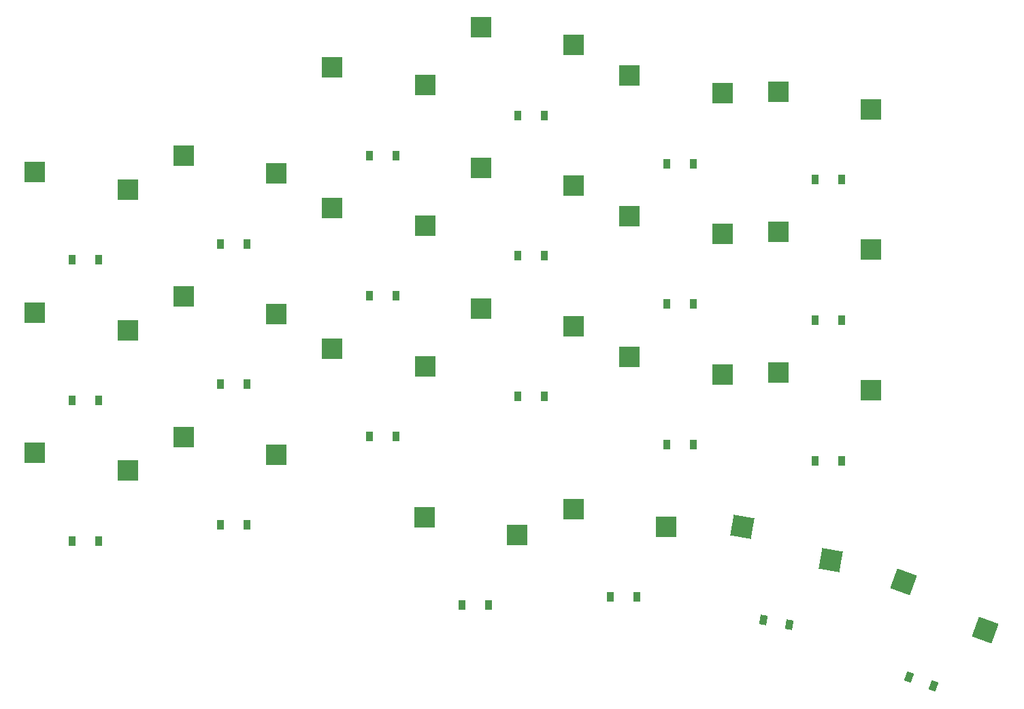
<source format=gbr>
%TF.GenerationSoftware,KiCad,Pcbnew,8.0.4*%
%TF.CreationDate,2024-08-22T13:25:46+01:00*%
%TF.ProjectId,left (v2 backup),6c656674-2028-4763-9220-6261636b7570,v1.0.0*%
%TF.SameCoordinates,Original*%
%TF.FileFunction,Paste,Bot*%
%TF.FilePolarity,Positive*%
%FSLAX46Y46*%
G04 Gerber Fmt 4.6, Leading zero omitted, Abs format (unit mm)*
G04 Created by KiCad (PCBNEW 8.0.4) date 2024-08-22 13:25:46*
%MOMM*%
%LPD*%
G01*
G04 APERTURE LIST*
G04 Aperture macros list*
%AMRotRect*
0 Rectangle, with rotation*
0 The origin of the aperture is its center*
0 $1 length*
0 $2 width*
0 $3 Rotation angle, in degrees counterclockwise*
0 Add horizontal line*
21,1,$1,$2,0,0,$3*%
G04 Aperture macros list end*
%ADD10R,0.900000X1.200000*%
%ADD11R,2.600000X2.600000*%
%ADD12RotRect,0.900000X1.200000X350.000000*%
%ADD13RotRect,0.900000X1.200000X340.000000*%
%ADD14RotRect,2.600000X2.600000X340.000000*%
%ADD15RotRect,2.600000X2.600000X350.000000*%
G04 APERTURE END LIST*
D10*
%TO.C,D18*%
X191505761Y-42405704D03*
X194805761Y-42405708D03*
%TD*%
%TO.C,D12*%
X154505757Y-34405702D03*
X157805757Y-34405706D03*
%TD*%
D11*
%TO.C,S12*%
X149880758Y-23455703D03*
X161430758Y-25655703D03*
%TD*%
D10*
%TO.C,D17*%
X191505761Y-59905702D03*
X194805761Y-59905706D03*
%TD*%
D11*
%TO.C,S7*%
X131380760Y-63455706D03*
X142930760Y-65655706D03*
%TD*%
D10*
%TO.C,D6*%
X117505758Y-50405702D03*
X120805758Y-50405706D03*
%TD*%
%TO.C,D13*%
X173005758Y-75405702D03*
X176305758Y-75405706D03*
%TD*%
%TO.C,D8*%
X136005758Y-56905701D03*
X139305758Y-56905705D03*
%TD*%
D11*
%TO.C,S14*%
X168380756Y-46955706D03*
X179930756Y-49155706D03*
%TD*%
%TO.C,S1*%
X94380762Y-76455704D03*
X105930762Y-78655704D03*
%TD*%
%TO.C,S15*%
X168380763Y-29455707D03*
X179930763Y-31655707D03*
%TD*%
%TO.C,S16*%
X186880759Y-66455703D03*
X198430759Y-68655703D03*
%TD*%
%TO.C,S10*%
X149880757Y-58455704D03*
X161430757Y-60655704D03*
%TD*%
D10*
%TO.C,D2*%
X99005757Y-69905701D03*
X102305757Y-69905705D03*
%TD*%
%TO.C,D7*%
X136005761Y-74405703D03*
X139305761Y-74405707D03*
%TD*%
%TO.C,D11*%
X154505763Y-51905702D03*
X157805763Y-51905706D03*
%TD*%
D12*
%TO.C,D21*%
X185043116Y-97263732D03*
X188292982Y-97836768D03*
%TD*%
D13*
%TO.C,D22*%
X203121306Y-104368952D03*
X206222292Y-105497616D03*
%TD*%
D11*
%TO.C,S3*%
X94380760Y-41455705D03*
X105930760Y-43655705D03*
%TD*%
D10*
%TO.C,D10*%
X154505755Y-69405705D03*
X157805755Y-69405709D03*
%TD*%
D11*
%TO.C,S19*%
X142880762Y-84455704D03*
X154430762Y-86655704D03*
%TD*%
%TO.C,S13*%
X168380760Y-64455705D03*
X179930760Y-66655705D03*
%TD*%
D10*
%TO.C,D3*%
X99005760Y-52405701D03*
X102305760Y-52405705D03*
%TD*%
%TO.C,D19*%
X147505762Y-95405702D03*
X150805762Y-95405706D03*
%TD*%
%TO.C,D9*%
X136005763Y-39405702D03*
X139305763Y-39405706D03*
%TD*%
D11*
%TO.C,S8*%
X131380759Y-45955706D03*
X142930759Y-48155706D03*
%TD*%
%TO.C,S2*%
X94380758Y-58955704D03*
X105930758Y-61155704D03*
%TD*%
%TO.C,S20*%
X161380761Y-83455704D03*
X172930761Y-85655704D03*
%TD*%
D10*
%TO.C,D1*%
X99005760Y-87405702D03*
X102305760Y-87405706D03*
%TD*%
D11*
%TO.C,S6*%
X112880761Y-39455706D03*
X124430761Y-41655706D03*
%TD*%
D10*
%TO.C,D14*%
X173005763Y-57905700D03*
X176305763Y-57905704D03*
%TD*%
D14*
%TO.C,S22*%
X202520347Y-92497474D03*
X212621352Y-98515130D03*
%TD*%
D11*
%TO.C,S17*%
X186880761Y-48955704D03*
X198430761Y-51155704D03*
%TD*%
%TO.C,S9*%
X131380756Y-28455705D03*
X142930756Y-30655705D03*
%TD*%
D10*
%TO.C,D16*%
X191505762Y-77405704D03*
X194805762Y-77405708D03*
%TD*%
%TO.C,D15*%
X173005760Y-40405700D03*
X176305760Y-40405704D03*
%TD*%
D15*
%TO.C,S21*%
X182389825Y-85676966D03*
X193382329Y-89849180D03*
%TD*%
D11*
%TO.C,S11*%
X149880762Y-40955702D03*
X161430762Y-43155702D03*
%TD*%
%TO.C,S18*%
X186880759Y-31455705D03*
X198430759Y-33655705D03*
%TD*%
D10*
%TO.C,D4*%
X117505754Y-85405703D03*
X120805754Y-85405707D03*
%TD*%
%TO.C,D20*%
X166005760Y-94405704D03*
X169305760Y-94405708D03*
%TD*%
D11*
%TO.C,S4*%
X112880761Y-74455707D03*
X124430761Y-76655707D03*
%TD*%
D10*
%TO.C,D5*%
X117505764Y-67905705D03*
X120805764Y-67905709D03*
%TD*%
D11*
%TO.C,S5*%
X112880760Y-56955705D03*
X124430760Y-59155705D03*
%TD*%
M02*

</source>
